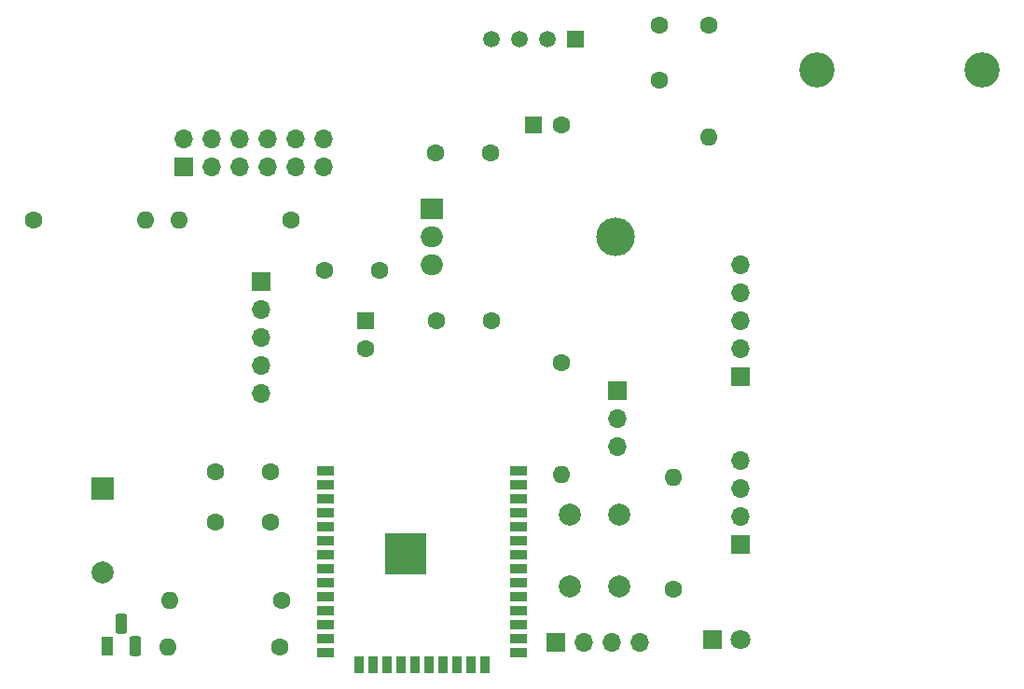
<source format=gbr>
%TF.GenerationSoftware,KiCad,Pcbnew,(6.0.10)*%
%TF.CreationDate,2023-02-16T10:20:13+01:00*%
%TF.ProjectId,Weerstation,57656572-7374-4617-9469-6f6e2e6b6963,rev?*%
%TF.SameCoordinates,Original*%
%TF.FileFunction,Soldermask,Top*%
%TF.FilePolarity,Negative*%
%FSLAX46Y46*%
G04 Gerber Fmt 4.6, Leading zero omitted, Abs format (unit mm)*
G04 Created by KiCad (PCBNEW (6.0.10)) date 2023-02-16 10:20:13*
%MOMM*%
%LPD*%
G01*
G04 APERTURE LIST*
G04 Aperture macros list*
%AMRoundRect*
0 Rectangle with rounded corners*
0 $1 Rounding radius*
0 $2 $3 $4 $5 $6 $7 $8 $9 X,Y pos of 4 corners*
0 Add a 4 corners polygon primitive as box body*
4,1,4,$2,$3,$4,$5,$6,$7,$8,$9,$2,$3,0*
0 Add four circle primitives for the rounded corners*
1,1,$1+$1,$2,$3*
1,1,$1+$1,$4,$5*
1,1,$1+$1,$6,$7*
1,1,$1+$1,$8,$9*
0 Add four rect primitives between the rounded corners*
20,1,$1+$1,$2,$3,$4,$5,0*
20,1,$1+$1,$4,$5,$6,$7,0*
20,1,$1+$1,$6,$7,$8,$9,0*
20,1,$1+$1,$8,$9,$2,$3,0*%
G04 Aperture macros list end*
%ADD10R,1.700000X1.700000*%
%ADD11O,1.700000X1.700000*%
%ADD12C,1.600000*%
%ADD13O,1.600000X1.600000*%
%ADD14R,1.500000X1.500000*%
%ADD15C,1.500000*%
%ADD16R,1.800000X1.800000*%
%ADD17C,1.800000*%
%ADD18R,1.600000X1.600000*%
%ADD19R,2.000000X2.000000*%
%ADD20C,2.000000*%
%ADD21C,3.200000*%
%ADD22R,1.100000X1.800000*%
%ADD23RoundRect,0.275000X-0.275000X-0.625000X0.275000X-0.625000X0.275000X0.625000X-0.275000X0.625000X0*%
%ADD24R,1.500000X0.900000*%
%ADD25R,0.900000X1.500000*%
%ADD26R,3.800000X3.800000*%
%ADD27C,2.500000*%
%ADD28O,3.500000X3.500000*%
%ADD29R,2.000000X1.905000*%
%ADD30O,2.000000X1.905000*%
G04 APERTURE END LIST*
D10*
%TO.C,J1*%
X9093200Y8468600D03*
D11*
X9093200Y5928600D03*
X9093200Y3388600D03*
%TD*%
D12*
%TO.C,R5*%
X14173200Y-9550400D03*
D13*
X14173200Y609600D03*
%TD*%
D14*
%TO.C,U2*%
X5283200Y40396100D03*
D15*
X2743200Y40396100D03*
X203200Y40396100D03*
X-2336800Y40396100D03*
%TD*%
D10*
%TO.C,J3*%
X3515200Y-14376400D03*
D11*
X6055200Y-14376400D03*
X8595200Y-14376400D03*
X11135200Y-14376400D03*
%TD*%
D12*
%TO.C,C3*%
X12903200Y41717600D03*
X12903200Y36717600D03*
%TD*%
D16*
%TO.C,D1*%
X17724200Y-14122400D03*
D17*
X20264200Y-14122400D03*
%TD*%
D12*
%TO.C,C7*%
X-7376800Y14833600D03*
X-2376800Y14833600D03*
%TD*%
D18*
%TO.C,C6*%
X-13766800Y14833600D03*
D12*
X-13766800Y12333600D03*
%TD*%
%TO.C,C2*%
X-22402800Y1117600D03*
X-27402800Y1117600D03*
%TD*%
D19*
%TO.C,BZ1*%
X-37626800Y-416400D03*
D20*
X-37626800Y-8016400D03*
%TD*%
%TO.C,SW1*%
X4758764Y-9296400D03*
X4758764Y-2796400D03*
X9258764Y-9296400D03*
X9258764Y-2796400D03*
%TD*%
D21*
%TO.C,REF\u002A\u002A*%
X42191200Y37623600D03*
%TD*%
D18*
%TO.C,C4*%
X1473200Y32613600D03*
D12*
X3973200Y32613600D03*
%TD*%
D10*
%TO.C,J6*%
X-30276800Y28798600D03*
D11*
X-30276800Y31338600D03*
X-27736800Y28798600D03*
X-27736800Y31338600D03*
X-25196800Y28798600D03*
X-25196800Y31338600D03*
X-22656800Y28798600D03*
X-22656800Y31338600D03*
X-20116800Y28798600D03*
X-20116800Y31338600D03*
X-17576800Y28798600D03*
X-17576800Y31338600D03*
%TD*%
D12*
%TO.C,R6*%
X-20566800Y23993600D03*
D13*
X-30726800Y23993600D03*
%TD*%
D12*
%TO.C,R1*%
X-21386800Y-10566400D03*
D13*
X-31546800Y-10566400D03*
%TD*%
D10*
%TO.C,J2*%
X-23291800Y18384600D03*
D11*
X-23291800Y15844600D03*
X-23291800Y13304600D03*
X-23291800Y10764600D03*
X-23291800Y8224600D03*
%TD*%
D21*
%TO.C,REF\u002A\u002A*%
X27191200Y37623600D03*
%TD*%
D12*
%TO.C,C5*%
X-7416800Y30073600D03*
X-2416800Y30073600D03*
%TD*%
%TO.C,R4*%
X17333200Y41673600D03*
D13*
X17333200Y31513600D03*
%TD*%
D22*
%TO.C,Q1*%
X-37266800Y-14706400D03*
D23*
X-35996800Y-12636400D03*
X-34726800Y-14706400D03*
%TD*%
D24*
%TO.C,U1*%
X-17436800Y1244600D03*
X-17436800Y-25400D03*
X-17436800Y-1295400D03*
X-17436800Y-2565400D03*
X-17436800Y-3835400D03*
X-17436800Y-5105400D03*
X-17436800Y-6375400D03*
X-17436800Y-7645400D03*
X-17436800Y-8915400D03*
X-17436800Y-10185400D03*
X-17436800Y-11455400D03*
X-17436800Y-12725400D03*
X-17436800Y-13995400D03*
X-17436800Y-15265400D03*
D25*
X-14401800Y-16360400D03*
X-13131800Y-16360400D03*
X-11861800Y-16360400D03*
X-10591800Y-16360400D03*
X-9321800Y-16360400D03*
X-8051800Y-16360400D03*
X-6781800Y-16360400D03*
X-5511800Y-16360400D03*
X-4241800Y-16360400D03*
X-2971800Y-16360400D03*
D24*
X63200Y-15265400D03*
X63200Y-13995400D03*
X63200Y-12725400D03*
X63200Y-11455400D03*
X63200Y-10185400D03*
X63200Y-8915400D03*
X63200Y-7645400D03*
X63200Y-6375400D03*
X63200Y-5105400D03*
X63200Y-3835400D03*
X63200Y-2565400D03*
X63200Y-1295400D03*
X63200Y-25400D03*
X63200Y1244600D03*
D26*
X-10186800Y-6320400D03*
D27*
X-10186800Y-6320400D03*
%TD*%
D28*
%TO.C,U3*%
X8903200Y22453600D03*
D29*
X-7756800Y24993600D03*
D30*
X-7756800Y22453600D03*
X-7756800Y19913600D03*
%TD*%
D12*
%TO.C,C1*%
X-27442800Y-3454400D03*
X-22442800Y-3454400D03*
%TD*%
%TO.C,F1*%
X-12547600Y19405600D03*
X-17547600Y19405600D03*
%TD*%
%TO.C,R2*%
X3993200Y11023600D03*
D13*
X3993200Y863600D03*
%TD*%
D10*
%TO.C,J4*%
X20269200Y-5486400D03*
D11*
X20269200Y-2946400D03*
X20269200Y-406400D03*
X20269200Y2133600D03*
%TD*%
D12*
%TO.C,R7*%
X-43966800Y23993600D03*
D13*
X-33806800Y23993600D03*
%TD*%
D12*
%TO.C,R3*%
X-21541800Y-14816400D03*
D13*
X-31701800Y-14816400D03*
%TD*%
D10*
%TO.C,J5*%
X20269200Y9758600D03*
D11*
X20269200Y12298600D03*
X20269200Y14838600D03*
X20269200Y17378600D03*
X20269200Y19918600D03*
%TD*%
M02*

</source>
